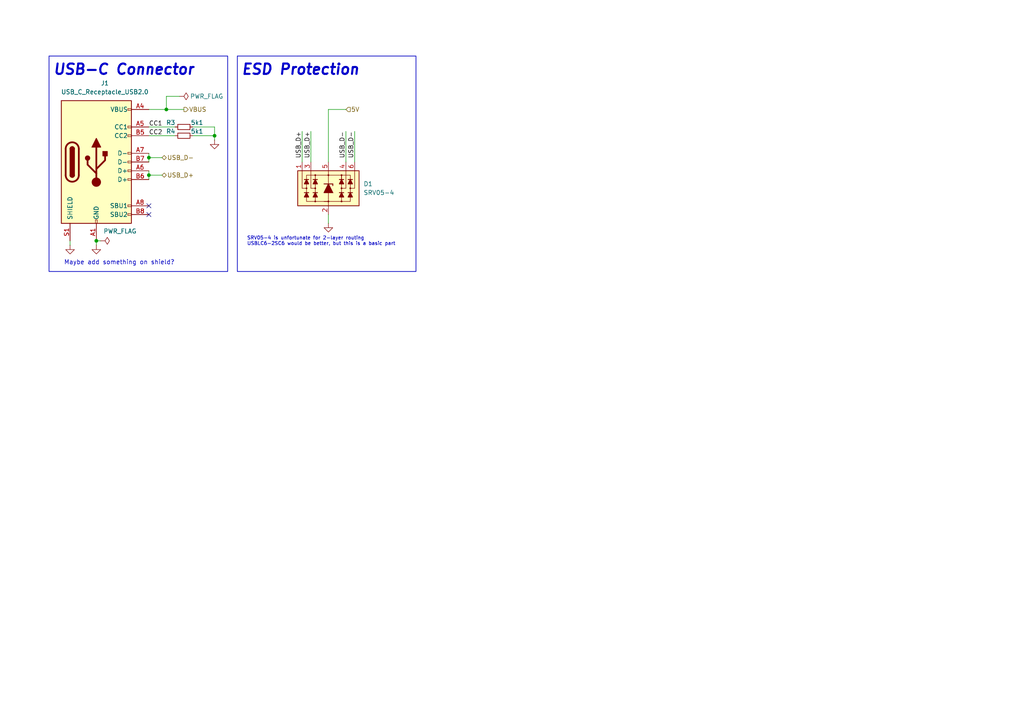
<source format=kicad_sch>
(kicad_sch (version 20231120) (generator "eeschema") (generator_version "8.0")
  (paper "A4")
  (lib_symbols
    (symbol "Connector:USB_C_Receptacle_USB2.0" (pin_names (offset 1.016))
      (property "Reference" "J" (at -10.16 19.05 0))
      (property "Value" "USB_C_Receptacle_USB2.0" (at 19.05 19.05 0))
      (symbol "USB_C_Receptacle_USB2.0_0_0"
        (rectangle (start -0.254 -17.78) (end 0.254 -16.764))
        (rectangle (start 10.16 -14.986) (end 9.144 -15.494))
        (rectangle (start 10.16 -12.446) (end 9.144 -12.954))
        (rectangle (start 10.16 -4.826) (end 9.144 -5.334))
        (rectangle (start 10.16 -2.286) (end 9.144 -2.794))
        (rectangle (start 10.16 0.254) (end 9.144 -0.254))
        (rectangle (start 10.16 2.794) (end 9.144 2.286))
        (rectangle (start 10.16 7.874) (end 9.144 7.366))
        (rectangle (start 10.16 10.414) (end 9.144 9.906))
        (rectangle (start 10.16 15.494) (end 9.144 14.986))
      )
      (symbol "USB_C_Receptacle_USB2.0_0_1"
        (rectangle (start -10.16 17.78) (end 10.16 -17.78) (stroke (width 0.254)) (fill (type background)))
        (arc (start -8.89 -3.81) (mid -6.985 -5.7066) (end -5.08 -3.81) (stroke (width 0.508)))
        (arc (start -7.62 -3.81) (mid -6.985 -4.4422) (end -6.35 -3.81) (stroke (width 0.254)))
        (arc (start -7.62 -3.81) (mid -6.985 -4.4422) (end -6.35 -3.81) (stroke (width 0.254)) (fill (type outline)))
        (rectangle (start -7.62 -3.81) (end -6.35 3.81) (stroke (width 0.254)) (fill (type outline)))
        (arc (start -6.35 3.81) (mid -6.985 4.4422) (end -7.62 3.81) (stroke (width 0.254)))
        (arc (start -6.35 3.81) (mid -6.985 4.4422) (end -7.62 3.81) (stroke (width 0.254)) (fill (type outline)))
        (arc (start -5.08 3.81) (mid -6.985 5.7066) (end -8.89 3.81) (stroke (width 0.508)))
        (circle (center -2.54 1.143) (radius 0.635) (stroke (width 0.254)) (fill (type outline)))
        (circle (center 0 -5.842) (radius 1.27) (fill (type outline)))
        (polyline (pts (xy -8.89 -3.81) (xy -8.89 3.81)) (stroke (width 0.508)))
        (polyline (pts (xy -5.08 3.81) (xy -5.08 -3.81)) (stroke (width 0.508)))
        (polyline (pts (xy 0 -5.842) (xy 0 4.318)) (stroke (width 0.508)))
        (polyline (pts (xy 0 -3.302) (xy -2.54 -0.762) (xy -2.54 0.508)) (stroke (width 0.508)))
        (polyline (pts (xy 0 -2.032) (xy 2.54 0.508) (xy 2.54 1.778)) (stroke (width 0.508)))
        (polyline (pts (xy -1.27 4.318) (xy 0 6.858) (xy 1.27 4.318) (xy -1.27 4.318)) (stroke (width 0.254)) (fill (type outline)))
        (rectangle (start 1.905 1.778) (end 3.175 3.048) (stroke (width 0.254)) (fill (type outline)))
      )
      (symbol "USB_C_Receptacle_USB2.0_1_1"
        (pin passive line (at 0 -22.86 90) (length 5.08) (name "GND") (number "A1"))
        (pin passive line (at 0 -22.86 90) (length 5.08) hide (name "GND") (number "A12"))
        (pin passive line (at 15.24 15.24 180) (length 5.08) (name "VBUS") (number "A4"))
        (pin bidirectional line (at 15.24 10.16 180) (length 5.08) (name "CC1") (number "A5"))
        (pin bidirectional line (at 15.24 -2.54 180) (length 5.08) (name "D+") (number "A6"))
        (pin bidirectional line (at 15.24 2.54 180) (length 5.08) (name "D-") (number "A7"))
        (pin bidirectional line (at 15.24 -12.7 180) (length 5.08) (name "SBU1") (number "A8"))
        (pin passive line (at 15.24 15.24 180) (length 5.08) hide (name "VBUS") (number "A9"))
        (pin passive line (at 0 -22.86 90) (length 5.08) hide (name "GND") (number "B1"))
        (pin passive line (at 0 -22.86 90) (length 5.08) hide (name "GND") (number "B12"))
        (pin passive line (at 15.24 15.24 180) (length 5.08) hide (name "VBUS") (number "B4"))
        (pin bidirectional line (at 15.24 7.62 180) (length 5.08) (name "CC2") (number "B5"))
        (pin bidirectional line (at 15.24 -5.08 180) (length 5.08) (name "D+") (number "B6"))
        (pin bidirectional line (at 15.24 0 180) (length 5.08) (name "D-") (number "B7"))
        (pin bidirectional line (at 15.24 -15.24 180) (length 5.08) (name "SBU2") (number "B8"))
        (pin passive line (at 15.24 15.24 180) (length 5.08) hide (name "VBUS") (number "B9"))
        (pin passive line (at -7.62 -22.86 90) (length 5.08) (name "SHIELD") (number "S1"))
      )
    )
    (symbol "Device:R_Small" (pin_numbers hide) (pin_names (offset 0.254) hide)
      (property "Reference" "R" (at 0.762 0.508 0))
      (property "Value" "R_Small" (at 0.762 -1.016 0))
      (symbol "R_Small_0_1"
        (rectangle (start -0.762 1.778) (end 0.762 -1.778) (stroke (width 0.2032)))
      )
      (symbol "R_Small_1_1"
        (pin passive line (at 0 2.54 270) (length 0.762) (name "~") (number "1"))
        (pin passive line (at 0 -2.54 90) (length 0.762) (name "~") (number "2"))
      )
    )
    (symbol "PCM_Diode_TVS_AKL:SRV05-4" (pin_names (offset 1.016) hide)
      (property "Reference" "D" (at 10.16 1.27 0))
      (property "Value" "SRV05-4" (at 10.16 -1.27 0))
      (symbol "SRV05-4_0_1"
        (rectangle (start -8.89 5.08) (end 8.89 -5.08) (stroke (width 0.254)) (fill (type background)))
        (circle (center -3.81 0) (radius 0.1778) (fill (type outline)))
        (polyline (pts (xy -5.715 -1.27) (xy -6.985 -1.27)) (stroke (width 0.254)))
        (polyline (pts (xy -5.715 2.54) (xy -6.985 2.54)) (stroke (width 0.254)))
        (polyline (pts (xy -5.08 0) (xy -5.08 5.08)))
        (polyline (pts (xy -3.81 -1.27) (xy -3.81 1.27)))
        (polyline (pts (xy -3.81 0) (xy -5.08 0)))
        (polyline (pts (xy -3.175 -1.27) (xy -4.445 -1.27)) (stroke (width 0.254)))
        (polyline (pts (xy -3.175 2.54) (xy -4.445 2.54)) (stroke (width 0.254)))
        (polyline (pts (xy 0 -1.27) (xy 0 -5.08)))
        (polyline (pts (xy 0 1.27) (xy 0 5.08)) (stroke (width 0.1524)))
        (polyline (pts (xy 3.81 -1.27) (xy 3.81 1.27)))
        (polyline (pts (xy 3.81 0) (xy 5.08 0)))
        (polyline (pts (xy 3.81 3.81) (xy 6.35 3.81)) (stroke (width 0.1524)))
        (polyline (pts (xy 4.445 -1.27) (xy 3.175 -1.27)) (stroke (width 0.254)))
        (polyline (pts (xy 4.445 2.54) (xy 3.175 2.54)) (stroke (width 0.254)))
        (polyline (pts (xy 5.08 0) (xy 5.08 5.08)))
        (polyline (pts (xy 6.35 3.81) (xy 6.35 -3.81)) (stroke (width 0.1524)))
        (polyline (pts (xy 6.985 -1.27) (xy 5.715 -1.27)) (stroke (width 0.254)))
        (polyline (pts (xy 6.985 2.54) (xy 5.715 2.54)) (stroke (width 0.254)))
        (polyline (pts (xy 6.35 -3.81) (xy -1.27 -3.81) (xy 0 -3.81)) (stroke (width 0.1524)))
        (polyline (pts (xy -6.35 -1.27) (xy -5.715 -2.54) (xy -6.985 -2.54) (xy -6.35 -1.27)) (stroke (width 0.254)) (fill (type outline)))
        (polyline (pts (xy -6.35 2.54) (xy -5.715 1.27) (xy -6.985 1.27) (xy -6.35 2.54)) (stroke (width 0.254)) (fill (type outline)))
        (polyline (pts (xy -3.81 -1.27) (xy -3.175 -2.54) (xy -4.445 -2.54) (xy -3.81 -1.27)) (stroke (width 0.254)) (fill (type outline)))
        (polyline (pts (xy -3.81 2.54) (xy -3.81 3.81) (xy 3.81 3.81) (xy 3.81 2.54)))
        (polyline (pts (xy -3.81 2.54) (xy -3.175 1.27) (xy -4.445 1.27) (xy -3.81 2.54)) (stroke (width 0.254)) (fill (type outline)))
        (polyline (pts (xy 0 -3.81) (xy -6.35 -3.81) (xy -6.35 3.81) (xy -3.81 3.81)))
        (polyline (pts (xy 3.81 -1.27) (xy 4.445 -2.54) (xy 3.175 -2.54) (xy 3.81 -1.27)) (stroke (width 0.254)) (fill (type outline)))
        (polyline (pts (xy 3.81 2.54) (xy 4.445 1.27) (xy 3.175 1.27) (xy 3.81 2.54)) (stroke (width 0.254)) (fill (type outline)))
        (polyline (pts (xy 6.35 -1.27) (xy 6.985 -2.54) (xy 5.715 -2.54) (xy 6.35 -1.27)) (stroke (width 0.254)) (fill (type outline)))
        (polyline (pts (xy 6.35 2.54) (xy 6.985 1.27) (xy 5.715 1.27) (xy 6.35 2.54)) (stroke (width 0.254)) (fill (type outline)))
        (circle (center 0 3.81) (radius 0.1778) (fill (type outline)))
        (circle (center 3.81 0) (radius 0.1778) (fill (type outline)))
      )
      (symbol "SRV05-4_1_1"
        (circle (center -6.35 0) (radius 0.1778) (fill (type outline)))
        (circle (center -3.81 -3.81) (radius 0.1778) (fill (type outline)))
        (circle (center -3.81 3.81) (radius 0.1778) (fill (type outline)))
        (circle (center 0 -3.81) (radius 0.1778) (fill (type outline)))
        (polyline (pts (xy -7.62 0) (xy -7.62 5.08)))
        (polyline (pts (xy -6.35 0) (xy -7.62 0)))
        (polyline (pts (xy -3.81 -3.81) (xy -3.81 -1.27)))
        (polyline (pts (xy -3.81 1.27) (xy -3.81 3.81)))
        (polyline (pts (xy -1.27 1.27) (xy 1.27 1.27)) (stroke (width 0.254)))
        (polyline (pts (xy 0 -1.27) (xy 0 1.27)))
        (polyline (pts (xy 1.27 1.27) (xy 1.27 0.762)) (stroke (width 0.254)))
        (polyline (pts (xy 3.81 -3.81) (xy 3.81 -1.27)))
        (polyline (pts (xy 3.81 1.27) (xy 3.81 3.81)))
        (polyline (pts (xy 6.35 0) (xy 7.62 0)))
        (polyline (pts (xy 7.62 0) (xy 7.62 5.08)))
        (polyline (pts (xy 1.27 -1.27) (xy -1.27 -1.27) (xy 0 1.27) (xy 1.27 -1.27)) (stroke (width 0.254)) (fill (type outline)))
        (circle (center 3.81 -3.81) (radius 0.1778) (fill (type outline)))
        (circle (center 3.81 3.81) (radius 0.1778) (fill (type outline)))
        (circle (center 6.35 0) (radius 0.1778) (fill (type outline)))
        (pin passive line (at -7.62 7.62 270) (length 2.54) (name "L1") (number "1"))
        (pin passive line (at 0 -7.62 90) (length 2.54) (name "VN") (number "2"))
        (pin passive line (at -5.08 7.62 270) (length 2.54) (name "L2") (number "3"))
        (pin passive line (at 5.08 7.62 270) (length 2.54) (name "L3") (number "4"))
        (pin passive line (at 0 7.62 270) (length 2.54) (name "VP") (number "5"))
        (pin passive line (at 7.62 7.62 270) (length 2.54) (name "L4") (number "6"))
      )
    )
    (symbol "power:GND" (power) (pin_numbers hide) (pin_names (offset 0) hide)
      (property "Value" "GND" (at 0 -3.81 0))
      (symbol "GND_0_1"
        (polyline (pts (xy 0 0) (xy 0 -1.27) (xy 1.27 -1.27) (xy 0 -2.54) (xy -1.27 -1.27) (xy 0 -1.27)))
      )
      (symbol "GND_1_1"
        (pin power_in line (at 0 0 270) (length 0) (name "~") (number "1"))
      )
    )
    (symbol "power:PWR_FLAG" (power) (pin_numbers hide) (pin_names (offset 0) hide)
      (property "Value" "PWR_FLAG" (at 0 3.81 0))
      (symbol "PWR_FLAG_0_0"
        (pin power_out line (at 0 0 90) (length 0) (name "~") (number "1"))
      )
      (symbol "PWR_FLAG_0_1"
        (polyline (pts (xy 0 0) (xy 0 1.27) (xy -1.016 1.905) (xy 0 2.54) (xy 1.016 1.905) (xy 0 1.27)))
      )
    )
  )
  (junction (at 27.94 69.85))
  (junction (at 62.23 39.37))
  (junction (at 48.26 31.75))
  (junction (at 43.18 45.72))
  (junction (at 43.18 50.8))
  (no_connect (at 43.18 59.69))
  (no_connect (at 43.18 62.23))
  (wire (pts (xy 53.34 31.75) (xy 48.26 31.75)))
  (wire (pts (xy 43.18 50.8) (xy 43.18 52.07)))
  (wire (pts (xy 43.18 45.72) (xy 43.18 46.99)))
  (wire (pts (xy 90.17 38.1) (xy 90.17 46.99)))
  (wire (pts (xy 27.94 71.12) (xy 27.94 69.85)))
  (wire (pts (xy 43.18 49.53) (xy 43.18 50.8)))
  (wire (pts (xy 52.07 27.94) (xy 48.26 27.94)))
  (wire (pts (xy 43.18 39.37) (xy 50.8 39.37)))
  (wire (pts (xy 48.26 27.94) (xy 48.26 31.75)))
  (wire (pts (xy 43.18 44.45) (xy 43.18 45.72)))
  (wire (pts (xy 62.23 40.64) (xy 62.23 39.37)))
  (wire (pts (xy 55.88 39.37) (xy 62.23 39.37)))
  (wire (pts (xy 62.23 36.83) (xy 62.23 39.37)))
  (wire (pts (xy 95.25 64.77) (xy 95.25 62.23)))
  (wire (pts (xy 46.99 45.72) (xy 43.18 45.72)))
  (wire (pts (xy 48.26 31.75) (xy 43.18 31.75)))
  (wire (pts (xy 43.18 36.83) (xy 50.8 36.83)))
  (wire (pts (xy 46.99 50.8) (xy 43.18 50.8)))
  (wire (pts (xy 20.32 71.12) (xy 20.32 69.85)))
  (wire (pts (xy 95.25 31.75) (xy 100.33 31.75)))
  (wire (pts (xy 55.88 36.83) (xy 62.23 36.83)))
  (wire (pts (xy 102.87 38.1) (xy 102.87 46.99)))
  (wire (pts (xy 87.63 38.1) (xy 87.63 46.99)))
  (wire (pts (xy 100.33 38.1) (xy 100.33 46.99)))
  (wire (pts (xy 95.25 46.99) (xy 95.25 31.75)))
  (wire (pts (xy 27.94 69.85) (xy 29.21 69.85)))
  (rectangle (start 14.224 16.256) (end 66.04 78.74) (stroke (width 0.2)))
  (rectangle (start 68.834 16.256) (end 120.65 78.74) (stroke (width 0.2)))
  (text "USB-C Connector" (at 15.24 20.32 0) (effects (font (size 3 3) (thickness 0.6) (bold yes) (italic yes)) (justify left)))
  (text "SRV05-4 is unfortunate for 2-layer routing\nUSBLC6-2SC6 would be better, but this is a basic part" (at 71.628 71.374 0) (effects (font (size 1 1)) (justify left bottom)))
  (text "ESD Protection" (at 69.85 20.32 0) (effects (font (size 3 3) (thickness 0.6) (bold yes) (italic yes)) (justify left)))
  (text "Maybe add something on shield?" (at 18.542 76.962 0) (effects (font (size 1.27 1.27)) (justify left bottom)))
  (label "USB_D+" (at 90.17 38.1 270))
  (label "USB_D-" (at 102.87 38.1 270))
  (label "USB_D+" (at 87.63 38.1 270))
  (label "CC2" (at 43.18 39.37 0))
  (label "CC1" (at 43.18 36.83 0))
  (label "USB_D-" (at 100.33 38.1 270))
  (hierarchical_label "USB_D+" (shape bidirectional) (at 46.99 50.8 0))
  (hierarchical_label "5V" (shape input) (at 100.33 31.75 0))
  (hierarchical_label "USB_D-" (shape bidirectional) (at 46.99 45.72 0))
  (hierarchical_label "VBUS" (shape output) (at 53.34 31.75 0))
  (symbol (lib_id "power:GND") (at 20.32 71.12 0) (unit 1)
    (property "Reference" "#PWR010" (effects (hide yes)))
    (property "Value" "GND" (effects (hide yes)))
    (property "Description" "Power symbol creates a global label with name \"GND\" , ground" (effects (hide yes)))
  )
  (symbol (lib_id "Device:R_Small") (at 53.34 39.37 90) (unit 1)
    (property "Reference" "R4" (at 49.53 38.1 90))
    (property "Value" "5k1" (at 57.15 38.1 90))
    (property "Footprint" "Resistor_SMD:R_0402_1005Metric" (effects (hide yes)))
    (property "LCSC" "C25905" (effects (hide yes)))
  )
  (symbol (lib_id "power:PWR_FLAG") (at 52.07 27.94 270) (unit 1)
    (property "Reference" "#FLG03" (effects (hide yes)))
    (property "Value" "PWR_FLAG" (at 55.118 27.94 90) (effects (justify left)))
    (property "Description" "Special symbol for telling ERC where power comes from" (effects (hide yes)))
  )
  (symbol (lib_id "power:GND") (at 95.25 64.77 0) (unit 1)
    (property "Reference" "#PWR015" (effects (hide yes)))
    (property "Value" "GND" (effects (hide yes)))
    (property "Description" "Power symbol creates a global label with name \"GND\" , ground" (effects (hide yes)))
  )
  (symbol (lib_id "Connector:USB_C_Receptacle_USB2.0") (at 27.94 46.99 0) (unit 1)
    (property "Reference" "J1" (at 30.4165 24.13 0))
    (property "Value" "USB_C_Receptacle_USB2.0" (at 30.4165 26.67 0))
    (property "Footprint" "Connector_USB:USB_C_Receptacle_HRO_TYPE-C-31-M-12" (effects (hide yes)))
    (property "Datasheet" "https://datasheet.lcsc.com/lcsc/2205251630_Korean-Hroparts-Elec-TYPE-C-31-M-12_C165948.pdf" (effects (hide yes)))
    (property "LCSC" "C165948" (effects (hide yes)))
    (property "JLCPCB Position Offset" "0,1.42" (effects (hide yes)))
  )
  (symbol (lib_id "power:PWR_FLAG") (at 29.21 69.85 270) (unit 1)
    (property "Reference" "#FLG02" (effects (hide yes)))
    (property "Value" "PWR_FLAG" (at 29.972 67.056 90) (effects (justify left)))
    (property "Description" "Special symbol for telling ERC where power comes from" (effects (hide yes)))
  )
  (symbol (lib_id "Device:R_Small") (at 53.34 36.83 90) (unit 1)
    (property "Reference" "R3" (at 49.53 35.56 90))
    (property "Value" "5k1" (at 57.15 35.56 90))
    (property "Footprint" "Resistor_SMD:R_0402_1005Metric" (effects (hide yes)))
    (property "LCSC" "C25905" (effects (hide yes)))
  )
  (symbol (lib_id "power:GND") (at 62.23 40.64 0) (unit 1)
    (property "Reference" "#PWR014" (effects (hide yes)))
    (property "Value" "GND" (effects (hide yes)))
    (property "Description" "Power symbol creates a global label with name \"GND\" , ground" (effects (hide yes)))
  )
  (symbol (lib_id "PCM_Diode_TVS_AKL:SRV05-4") (at 95.25 54.61 0) (unit 1)
    (property "Reference" "D1" (at 105.41 53.3399 0) (effects (justify left)))
    (property "Value" "SRV05-4" (at 105.41 55.8799 0) (effects (justify left)))
    (property "Footprint" "Package_TO_SOT_SMD:SOT-23-6" (effects (hide yes)))
    (property "Datasheet" "https://www.tme.eu/Document/92be68a8ae546e7ce666ecbdb0470493/SRV05-4.pdf" (effects (hide yes)))
    (property "Description" "SOT-23-6 TVS Diode Array, 4 protected lines, 5V, 300W, Alternate KiCAD Library" (effects (hide yes)))
    (property "LCSC" "C7420376" (effects (hide yes)))
    (property "JLCPCB Rotation Offset" "90" (effects (hide yes)))
  )
  (symbol (lib_id "power:GND") (at 27.94 71.12 0) (unit 1)
    (property "Reference" "#PWR012" (effects (hide yes)))
    (property "Value" "GND" (effects (hide yes)))
    (property "Description" "Power symbol creates a global label with name \"GND\" , ground" (effects (hide yes)))
  )
)
</source>
